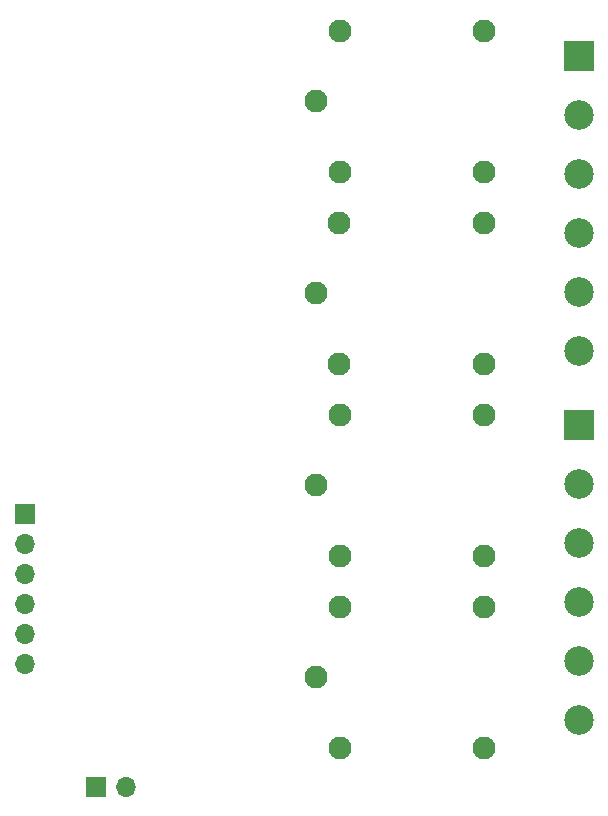
<source format=gbr>
%TF.GenerationSoftware,KiCad,Pcbnew,(6.0.7)*%
%TF.CreationDate,2023-01-17T21:34:43+03:00*%
%TF.ProjectId,4ChannelRelayModule,34436861-6e6e-4656-9c52-656c61794d6f,rev?*%
%TF.SameCoordinates,Original*%
%TF.FileFunction,Soldermask,Bot*%
%TF.FilePolarity,Negative*%
%FSLAX46Y46*%
G04 Gerber Fmt 4.6, Leading zero omitted, Abs format (unit mm)*
G04 Created by KiCad (PCBNEW (6.0.7)) date 2023-01-17 21:34:43*
%MOMM*%
%LPD*%
G01*
G04 APERTURE LIST*
%ADD10R,1.700000X1.700000*%
%ADD11O,1.700000X1.700000*%
%ADD12R,2.500000X2.500000*%
%ADD13C,2.500000*%
%ADD14C,1.950000*%
G04 APERTURE END LIST*
D10*
%TO.C,J1*%
X103124000Y-96458000D03*
D11*
X103124000Y-98998000D03*
X103124000Y-101538000D03*
X103124000Y-104078000D03*
X103124000Y-106618000D03*
X103124000Y-109158000D03*
%TD*%
D12*
%TO.C,J3*%
X150072000Y-57700000D03*
D13*
X150072000Y-62700000D03*
X150072000Y-67700000D03*
X150072000Y-72700000D03*
X150072000Y-77700000D03*
X150072000Y-82700000D03*
%TD*%
D14*
%TO.C,K1*%
X129794000Y-67564000D03*
X129794000Y-55564000D03*
X127794000Y-61564000D03*
X141994000Y-55564000D03*
X141994000Y-67564000D03*
%TD*%
%TO.C,K2*%
X129790000Y-83820000D03*
X129790000Y-71820000D03*
X127790000Y-77820000D03*
X141990000Y-71820000D03*
X141990000Y-83820000D03*
%TD*%
%TO.C,K3*%
X129794000Y-100076000D03*
X129794000Y-88076000D03*
X127794000Y-94076000D03*
X141994000Y-88076000D03*
X141994000Y-100076000D03*
%TD*%
D10*
%TO.C,J2*%
X109215000Y-119572000D03*
D11*
X111755000Y-119572000D03*
%TD*%
D12*
%TO.C,J4*%
X150072000Y-88942000D03*
D13*
X150072000Y-93942000D03*
X150072000Y-98942000D03*
X150072000Y-103942000D03*
X150072000Y-108942000D03*
X150072000Y-113942000D03*
%TD*%
D14*
%TO.C,K4*%
X129794000Y-116332000D03*
X129794000Y-104332000D03*
X127794000Y-110332000D03*
X141994000Y-104332000D03*
X141994000Y-116332000D03*
%TD*%
M02*

</source>
